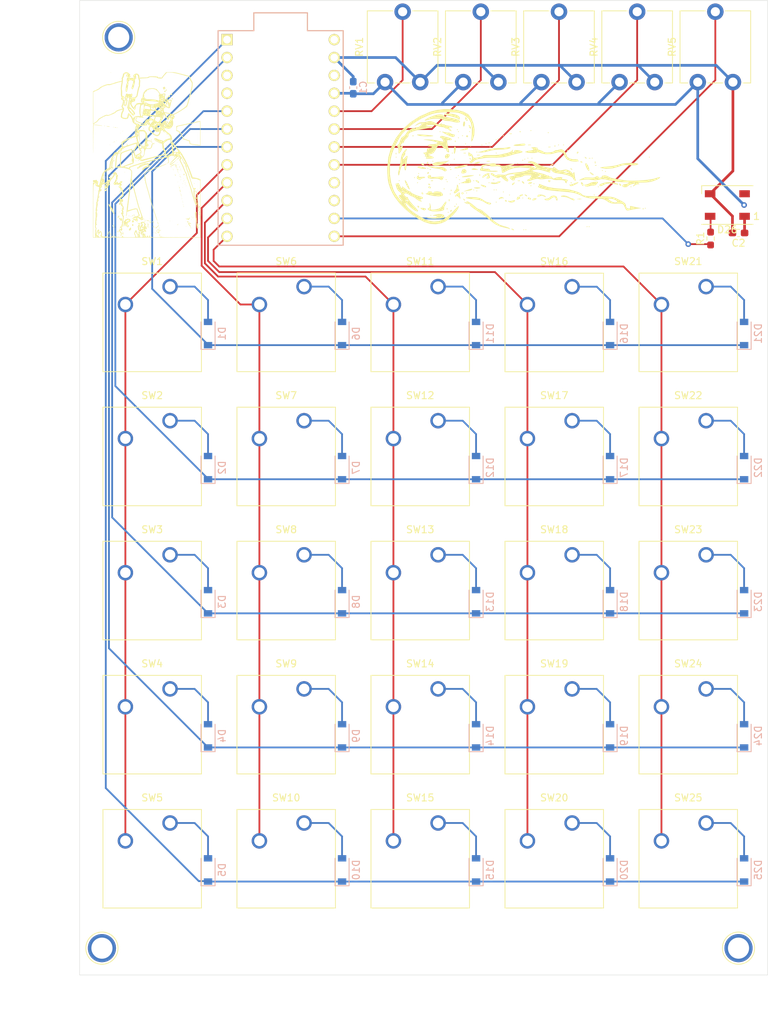
<source format=kicad_pcb>
(kicad_pcb (version 20171130) (host pcbnew "(5.1.8)-1")
  (layers (0 F.Cu signal) (31 B.Cu signal) (34 B.Paste user) (35 F.Paste user) (36 B.SilkS user) (37 F.SilkS user) (38 B.Mask user) (39 F.Mask user) (44 Edge.Cuts user))
  (net 0 "")
  (net 1 GND)
  (net 2 +5V)
  (net 3 "Net-(D1-Pad2)")
  (net 4 ROW0)
  (net 5 "Net-(D2-Pad2)")
  (net 6 ROW1)
  (net 7 "Net-(D3-Pad2)")
  (net 8 ROW2)
  (net 9 "Net-(D4-Pad2)")
  (net 10 ROW3)
  (net 11 "Net-(D5-Pad2)")
  (net 12 ROW4)
  (net 13 "Net-(D6-Pad2)")
  (net 14 "Net-(D7-Pad2)")
  (net 15 "Net-(D8-Pad2)")
  (net 16 "Net-(D9-Pad2)")
  (net 17 "Net-(D10-Pad2)")
  (net 18 "Net-(D11-Pad2)")
  (net 19 "Net-(D12-Pad2)")
  (net 20 "Net-(D13-Pad2)")
  (net 21 "Net-(D14-Pad2)")
  (net 22 "Net-(D15-Pad2)")
  (net 23 "Net-(D16-Pad2)")
  (net 24 "Net-(D17-Pad2)")
  (net 25 "Net-(D18-Pad2)")
  (net 26 "Net-(D19-Pad2)")
  (net 27 "Net-(D20-Pad2)")
  (net 28 "Net-(D21-Pad2)")
  (net 29 "Net-(D22-Pad2)")
  (net 30 "Net-(D23-Pad2)")
  (net 31 "Net-(D24-Pad2)")
  (net 32 "Net-(D25-Pad2)")
  (net 33 "Net-(D26-Pad2)")
  (net 34 "Net-(D26-Pad4)")
  (net 35 LED_DATA)
  (net 36 POT0)
  (net 37 POT1)
  (net 38 POT2)
  (net 39 POT3)
  (net 40 POT4)
  (net 41 COL0)
  (net 42 COL1)
  (net 43 COL2)
  (net 44 COL3)
  (net 45 COL4)
  (net 46 "Net-(U1-Pad24)")
  (net 47 "Net-(U1-Pad22)")
  (net 48 "Net-(U1-Pad16)")
  (net 49 "Net-(U1-Pad15)")
  (net 50 "Net-(U1-Pad4)")
  (net 51 "Net-(U1-Pad3)")
  (module ror:vagrant (layer F.Cu) (at 95.25 68.2625)
    (fp_text reference G*** hide)
    (fp_text value LOGO hide)
  )
  (module ror:ror2silktest (layer F.Cu) (at 41.275 65.0875)
    (fp_text reference G*** hide)
    (fp_text value LOGO hide)
  )
  (module TestPoint:TestPoint_Plated_Hole_D3.0mm (layer F.Cu) (at 37.30625 48.41875)
    (fp_text reference " " (at 0 -3.048 90) (layer F.SilkS))
    (fp_text value TestPoint_Plated_Hole_D3.0mm)
    (pad 1 thru_hole circle (at 0 0) (size 4 4) (drill 3) (layers *.Cu *.Mask))
  )
  (module TestPoint:TestPoint_Plated_Hole_D3.0mm (layer F.Cu) (at 125.4125 177.8)
    (fp_text reference " " (at 0 -3.048) (layer F.SilkS))
    (fp_text value TestPoint_Plated_Hole_D3.0mm)
    (pad 1 thru_hole circle (at 0 0) (size 4 4) (drill 3) (layers *.Cu *.Mask))
  )
  (module TestPoint:TestPoint_Plated_Hole_D3.0mm (layer F.Cu) (at 34.925 177.8)
    (fp_text reference " " (at 0 -3.048) (layer F.SilkS))
    (fp_text value TestPoint_Plated_Hole_D3.0mm)
    (pad 1 thru_hole circle (at 0 0) (size 4 4) (drill 3) (layers *.Cu *.Mask))
  )
  (module Diode_SMD:D_SOD-123 (layer B.Cu) (at 126.20625 166.6875 90)
    (fp_text reference D25 (at 0 2 90) (layer B.SilkS) (effects (justify mirror)))
    (fp_text value 1N4148)
    (pad 2 smd rect (at 1.65 0 90) (size 0.9 1.2) (layers B.Cu B.Paste B.Mask) (net 32 "Net-(D25-Pad2)"))
    (pad 1 smd rect (at -1.65 0 90) (size 0.9 1.2) (layers B.Cu B.Paste B.Mask) (net 12 ROW4))
  )
  (module Diode_SMD:D_SOD-123 (layer B.Cu) (at 126.20625 147.6375 90)
    (fp_text reference D24 (at 0 2 90) (layer B.SilkS) (effects (justify mirror)))
    (fp_text value 1N4148)
    (pad 2 smd rect (at 1.65 0 90) (size 0.9 1.2) (layers B.Cu B.Paste B.Mask) (net 31 "Net-(D24-Pad2)"))
    (pad 1 smd rect (at -1.65 0 90) (size 0.9 1.2) (layers B.Cu B.Paste B.Mask) (net 10 ROW3))
  )
  (module Diode_SMD:D_SOD-123 (layer B.Cu) (at 126.20625 128.5875 90)
    (fp_text reference D23 (at 0 2 90) (layer B.SilkS) (effects (justify mirror)))
    (fp_text value 1N4148)
    (pad 2 smd rect (at 1.65 0 90) (size 0.9 1.2) (layers B.Cu B.Paste B.Mask) (net 30 "Net-(D23-Pad2)"))
    (pad 1 smd rect (at -1.65 0 90) (size 0.9 1.2) (layers B.Cu B.Paste B.Mask) (net 8 ROW2))
  )
  (module Diode_SMD:D_SOD-123 (layer B.Cu) (at 126.20625 109.5375 90)
    (fp_text reference D22 (at 0 2 90) (layer B.SilkS) (effects (justify mirror)))
    (fp_text value 1N4148)
    (pad 2 smd rect (at 1.65 0 90) (size 0.9 1.2) (layers B.Cu B.Paste B.Mask) (net 29 "Net-(D22-Pad2)"))
    (pad 1 smd rect (at -1.65 0 90) (size 0.9 1.2) (layers B.Cu B.Paste B.Mask) (net 6 ROW1))
  )
  (module Diode_SMD:D_SOD-123 (layer B.Cu) (at 126.20625 90.4875 90)
    (fp_text reference D21 (at 0 2 90) (layer B.SilkS) (effects (justify mirror)))
    (fp_text value 1N4148)
    (pad 2 smd rect (at 1.65 0 90) (size 0.9 1.2) (layers B.Cu B.Paste B.Mask) (net 28 "Net-(D21-Pad2)"))
    (pad 1 smd rect (at -1.65 0 90) (size 0.9 1.2) (layers B.Cu B.Paste B.Mask) (net 4 ROW0))
  )
  (module Diode_SMD:D_SOD-123 (layer B.Cu) (at 107.15625 166.6875 90)
    (fp_text reference D20 (at 0 2 90) (layer B.SilkS) (effects (justify mirror)))
    (fp_text value 1N4148)
    (pad 2 smd rect (at 1.65 0 90) (size 0.9 1.2) (layers B.Cu B.Paste B.Mask) (net 27 "Net-(D20-Pad2)"))
    (pad 1 smd rect (at -1.65 0 90) (size 0.9 1.2) (layers B.Cu B.Paste B.Mask) (net 12 ROW4))
  )
  (module Diode_SMD:D_SOD-123 (layer B.Cu) (at 107.15625 147.6375 90)
    (fp_text reference D19 (at 0 2 90) (layer B.SilkS) (effects (justify mirror)))
    (fp_text value 1N4148)
    (pad 2 smd rect (at 1.65 0 90) (size 0.9 1.2) (layers B.Cu B.Paste B.Mask) (net 26 "Net-(D19-Pad2)"))
    (pad 1 smd rect (at -1.65 0 90) (size 0.9 1.2) (layers B.Cu B.Paste B.Mask) (net 10 ROW3))
  )
  (module Diode_SMD:D_SOD-123 (layer B.Cu) (at 107.15625 128.5875 90)
    (fp_text reference D18 (at 0 2 90) (layer B.SilkS) (effects (justify mirror)))
    (fp_text value 1N4148)
    (pad 2 smd rect (at 1.65 0 90) (size 0.9 1.2) (layers B.Cu B.Paste B.Mask) (net 25 "Net-(D18-Pad2)"))
    (pad 1 smd rect (at -1.65 0 90) (size 0.9 1.2) (layers B.Cu B.Paste B.Mask) (net 8 ROW2))
  )
  (module Diode_SMD:D_SOD-123 (layer B.Cu) (at 107.15625 109.5375 90)
    (fp_text reference D17 (at 0 2 90) (layer B.SilkS) (effects (justify mirror)))
    (fp_text value 1N4148)
    (pad 2 smd rect (at 1.65 0 90) (size 0.9 1.2) (layers B.Cu B.Paste B.Mask) (net 24 "Net-(D17-Pad2)"))
    (pad 1 smd rect (at -1.65 0 90) (size 0.9 1.2) (layers B.Cu B.Paste B.Mask) (net 6 ROW1))
  )
  (module Diode_SMD:D_SOD-123 (layer B.Cu) (at 107.15625 90.4875 90)
    (fp_text reference D16 (at 0 2 90) (layer B.SilkS) (effects (justify mirror)))
    (fp_text value 1N4148)
    (pad 2 smd rect (at 1.65 0 90) (size 0.9 1.2) (layers B.Cu B.Paste B.Mask) (net 23 "Net-(D16-Pad2)"))
    (pad 1 smd rect (at -1.65 0 90) (size 0.9 1.2) (layers B.Cu B.Paste B.Mask) (net 4 ROW0))
  )
  (module Diode_SMD:D_SOD-123 (layer B.Cu) (at 88.10625 166.6875 90)
    (fp_text reference D15 (at 0 2 90) (layer B.SilkS) (effects (justify mirror)))
    (fp_text value 1N4148)
    (pad 2 smd rect (at 1.65 0 90) (size 0.9 1.2) (layers B.Cu B.Paste B.Mask) (net 22 "Net-(D15-Pad2)"))
    (pad 1 smd rect (at -1.65 0 90) (size 0.9 1.2) (layers B.Cu B.Paste B.Mask) (net 12 ROW4))
  )
  (module Diode_SMD:D_SOD-123 (layer B.Cu) (at 88.10625 147.6375 90)
    (fp_text reference D14 (at 0 2 90) (layer B.SilkS) (effects (justify mirror)))
    (fp_text value 1N4148)
    (pad 2 smd rect (at 1.65 0 90) (size 0.9 1.2) (layers B.Cu B.Paste B.Mask) (net 21 "Net-(D14-Pad2)"))
    (pad 1 smd rect (at -1.65 0 90) (size 0.9 1.2) (layers B.Cu B.Paste B.Mask) (net 10 ROW3))
  )
  (module Diode_SMD:D_SOD-123 (layer B.Cu) (at 88.10625 128.5875 90)
    (fp_text reference D13 (at 0 2 90) (layer B.SilkS) (effects (justify mirror)))
    (fp_text value 1N4148)
    (pad 2 smd rect (at 1.65 0 90) (size 0.9 1.2) (layers B.Cu B.Paste B.Mask) (net 20 "Net-(D13-Pad2)"))
    (pad 1 smd rect (at -1.65 0 90) (size 0.9 1.2) (layers B.Cu B.Paste B.Mask) (net 8 ROW2))
  )
  (module Diode_SMD:D_SOD-123 (layer B.Cu) (at 88.10625 109.5375 90)
    (fp_text reference D12 (at 0 2 90) (layer B.SilkS) (effects (justify mirror)))
    (fp_text value 1N4148)
    (pad 2 smd rect (at 1.65 0 90) (size 0.9 1.2) (layers B.Cu B.Paste B.Mask) (net 19 "Net-(D12-Pad2)"))
    (pad 1 smd rect (at -1.65 0 90) (size 0.9 1.2) (layers B.Cu B.Paste B.Mask) (net 6 ROW1))
  )
  (module Diode_SMD:D_SOD-123 (layer B.Cu) (at 88.10625 90.4875 90)
    (fp_text reference D11 (at 0 2 90) (layer B.SilkS) (effects (justify mirror)))
    (fp_text value 1N4148)
    (pad 2 smd rect (at 1.65 0 90) (size 0.9 1.2) (layers B.Cu B.Paste B.Mask) (net 18 "Net-(D11-Pad2)"))
    (pad 1 smd rect (at -1.65 0 90) (size 0.9 1.2) (layers B.Cu B.Paste B.Mask) (net 4 ROW0))
  )
  (module Diode_SMD:D_SOD-123 (layer B.Cu) (at 69.05625 166.6875 90)
    (fp_text reference D10 (at 0 2 90) (layer B.SilkS) (effects (justify mirror)))
    (fp_text value 1N4148)
    (pad 2 smd rect (at 1.65 0 90) (size 0.9 1.2) (layers B.Cu B.Paste B.Mask) (net 17 "Net-(D10-Pad2)"))
    (pad 1 smd rect (at -1.65 0 90) (size 0.9 1.2) (layers B.Cu B.Paste B.Mask) (net 12 ROW4))
  )
  (module Diode_SMD:D_SOD-123 (layer B.Cu) (at 69.05625 147.6375 90)
    (fp_text reference D9 (at 0 2 90) (layer B.SilkS) (effects (justify mirror)))
    (fp_text value 1N4148)
    (pad 2 smd rect (at 1.65 0 90) (size 0.9 1.2) (layers B.Cu B.Paste B.Mask) (net 16 "Net-(D9-Pad2)"))
    (pad 1 smd rect (at -1.65 0 90) (size 0.9 1.2) (layers B.Cu B.Paste B.Mask) (net 10 ROW3))
  )
  (module Diode_SMD:D_SOD-123 (layer B.Cu) (at 69.05625 128.5875 90)
    (fp_text reference D8 (at 0 2 90) (layer B.SilkS) (effects (justify mirror)))
    (fp_text value 1N4148)
    (pad 2 smd rect (at 1.65 0 90) (size 0.9 1.2) (layers B.Cu B.Paste B.Mask) (net 15 "Net-(D8-Pad2)"))
    (pad 1 smd rect (at -1.65 0 90) (size 0.9 1.2) (layers B.Cu B.Paste B.Mask) (net 8 ROW2))
  )
  (module Diode_SMD:D_SOD-123 (layer B.Cu) (at 69.05625 109.5375 90)
    (fp_text reference D7 (at 0 2 90) (layer B.SilkS) (effects (justify mirror)))
    (fp_text value 1N4148)
    (pad 2 smd rect (at 1.65 0 90) (size 0.9 1.2) (layers B.Cu B.Paste B.Mask) (net 14 "Net-(D7-Pad2)"))
    (pad 1 smd rect (at -1.65 0 90) (size 0.9 1.2) (layers B.Cu B.Paste B.Mask) (net 6 ROW1))
  )
  (module Diode_SMD:D_SOD-123 (layer B.Cu) (at 69.05625 90.4875 90)
    (fp_text reference D6 (at 0 2 270) (layer B.SilkS) (effects (justify mirror)))
    (fp_text value 1N4148)
    (pad 2 smd rect (at 1.65 0 90) (size 0.9 1.2) (layers B.Cu B.Paste B.Mask) (net 13 "Net-(D6-Pad2)"))
    (pad 1 smd rect (at -1.65 0 90) (size 0.9 1.2) (layers B.Cu B.Paste B.Mask) (net 4 ROW0))
  )
  (module Diode_SMD:D_SOD-123 (layer B.Cu) (at 50.00625 166.6875 90)
    (fp_text reference D5 (at 0 2 270) (layer B.SilkS) (effects (justify mirror)))
    (fp_text value 1N4148)
    (pad 2 smd rect (at 1.65 0 90) (size 0.9 1.2) (layers B.Cu B.Paste B.Mask) (net 11 "Net-(D5-Pad2)"))
    (pad 1 smd rect (at -1.65 0 90) (size 0.9 1.2) (layers B.Cu B.Paste B.Mask) (net 12 ROW4))
  )
  (module Diode_SMD:D_SOD-123 (layer B.Cu) (at 50.00625 147.6375 90)
    (fp_text reference D4 (at 0 2 270) (layer B.SilkS) (effects (justify mirror)))
    (fp_text value 1N4148)
    (pad 2 smd rect (at 1.65 0 90) (size 0.9 1.2) (layers B.Cu B.Paste B.Mask) (net 9 "Net-(D4-Pad2)"))
    (pad 1 smd rect (at -1.65 0 90) (size 0.9 1.2) (layers B.Cu B.Paste B.Mask) (net 10 ROW3))
  )
  (module Diode_SMD:D_SOD-123 (layer B.Cu) (at 50.00625 128.5875 90)
    (fp_text reference D3 (at 0 2 270) (layer B.SilkS) (effects (justify mirror)))
    (fp_text value 1N4148)
    (pad 2 smd rect (at 1.65 0 90) (size 0.9 1.2) (layers B.Cu B.Paste B.Mask) (net 7 "Net-(D3-Pad2)"))
    (pad 1 smd rect (at -1.65 0 90) (size 0.9 1.2) (layers B.Cu B.Paste B.Mask) (net 8 ROW2))
  )
  (module Diode_SMD:D_SOD-123 (layer B.Cu) (at 50.00625 109.5375 90)
    (fp_text reference D2 (at 0 2 270) (layer B.SilkS) (effects (justify mirror)))
    (fp_text value 1N4148)
    (pad 2 smd rect (at 1.65 0 90) (size 0.9 1.2) (layers B.Cu B.Paste B.Mask) (net 5 "Net-(D2-Pad2)"))
    (pad 1 smd rect (at -1.65 0 90) (size 0.9 1.2) (layers B.Cu B.Paste B.Mask) (net 6 ROW1))
  )
  (module Diode_SMD:D_SOD-123 (layer B.Cu) (at 50.00625 90.4875 90)
    (fp_text reference D1 (at 0 2 270) (layer B.SilkS) (effects (justify mirror)))
    (fp_text value 1N4148)
    (pad 2 smd rect (at 1.65 0 90) (size 0.9 1.2) (layers B.Cu B.Paste B.Mask) (net 3 "Net-(D1-Pad2)"))
    (pad 1 smd rect (at -1.65 0 90) (size 0.9 1.2) (layers B.Cu B.Paste B.Mask) (net 4 ROW0))
  )
  (module promicro:ProMicro (layer F.Cu) (at 60.325 62.70625 270)
    (fp_text reference U1 hide)
    (fp_text value ProMicro)
    (pad 1 thru_hole rect (at -13.97 7.62 270) (size 1.6 1.6) (drill 1.1) (layers *.Cu *.Mask F.SilkS) (net 12 ROW4))
    (pad 2 thru_hole circle (at -11.43 7.62 270) (size 1.6 1.6) (drill 1.1) (layers *.Cu *.Mask F.SilkS) (net 10 ROW3))
    (pad 3 thru_hole circle (at -8.89 7.62 270) (size 1.6 1.6) (drill 1.1) (layers *.Cu *.Mask F.SilkS) (net 51 "Net-(U1-Pad3)"))
    (pad 4 thru_hole circle (at -6.35 7.62 270) (size 1.6 1.6) (drill 1.1) (layers *.Cu *.Mask F.SilkS) (net 50 "Net-(U1-Pad4)"))
    (pad 5 thru_hole circle (at -3.81 7.62 270) (size 1.6 1.6) (drill 1.1) (layers *.Cu *.Mask F.SilkS) (net 8 ROW2))
    (pad 6 thru_hole circle (at -1.27 7.62 270) (size 1.6 1.6) (drill 1.1) (layers *.Cu *.Mask F.SilkS) (net 6 ROW1))
    (pad 7 thru_hole circle (at 1.27 7.62 270) (size 1.6 1.6) (drill 1.1) (layers *.Cu *.Mask F.SilkS) (net 4 ROW0))
    (pad 8 thru_hole circle (at 3.81 7.62 270) (size 1.6 1.6) (drill 1.1) (layers *.Cu *.Mask F.SilkS) (net 41 COL0))
    (pad 9 thru_hole circle (at 6.35 7.62 270) (size 1.6 1.6) (drill 1.1) (layers *.Cu *.Mask F.SilkS) (net 42 COL1))
    (pad 10 thru_hole circle (at 8.89 7.62 270) (size 1.6 1.6) (drill 1.1) (layers *.Cu *.Mask F.SilkS) (net 43 COL2))
    (pad 11 thru_hole circle (at 11.43 7.62 270) (size 1.6 1.6) (drill 1.1) (layers *.Cu *.Mask F.SilkS) (net 44 COL3))
    (pad 12 thru_hole circle (at 13.97 7.62 270) (size 1.6 1.6) (drill 1.1) (layers *.Cu *.Mask F.SilkS) (net 45 COL4))
    (pad 13 thru_hole circle (at 13.97 -7.62 270) (size 1.6 1.6) (drill 1.1) (layers *.Cu *.Mask F.SilkS) (net 40 POT4))
    (pad 14 thru_hole circle (at 11.43 -7.62 270) (size 1.6 1.6) (drill 1.1) (layers *.Cu *.Mask F.SilkS) (net 35 LED_DATA))
    (pad 15 thru_hole circle (at 8.89 -7.62 270) (size 1.6 1.6) (drill 1.1) (layers *.Cu *.Mask F.SilkS) (net 49 "Net-(U1-Pad15)"))
    (pad 16 thru_hole circle (at 6.35 -7.62 270) (size 1.6 1.6) (drill 1.1) (layers *.Cu *.Mask F.SilkS) (net 48 "Net-(U1-Pad16)"))
    (pad 17 thru_hole circle (at 3.81 -7.62 270) (size 1.6 1.6) (drill 1.1) (layers *.Cu *.Mask F.SilkS) (net 39 POT3))
    (pad 18 thru_hole circle (at 1.27 -7.62 270) (size 1.6 1.6) (drill 1.1) (layers *.Cu *.Mask F.SilkS) (net 38 POT2))
    (pad 19 thru_hole circle (at -1.27 -7.62 270) (size 1.6 1.6) (drill 1.1) (layers *.Cu *.Mask F.SilkS) (net 37 POT1))
    (pad 20 thru_hole circle (at -3.81 -7.62 270) (size 1.6 1.6) (drill 1.1) (layers *.Cu *.Mask F.SilkS) (net 36 POT0))
    (pad 21 thru_hole circle (at -6.35 -7.62 270) (size 1.6 1.6) (drill 1.1) (layers *.Cu *.Mask F.SilkS) (net 2 +5V))
    (pad 22 thru_hole circle (at -8.89 -7.62 270) (size 1.6 1.6) (drill 1.1) (layers *.Cu *.Mask F.SilkS) (net 47 "Net-(U1-Pad22)"))
    (pad 23 thru_hole circle (at -11.43 -7.62 270) (size 1.6 1.6) (drill 1.1) (layers *.Cu *.Mask F.SilkS) (net 1 GND))
    (pad 24 thru_hole circle (at -13.97 -7.62 270) (size 1.6 1.6) (drill 1.1) (layers *.Cu *.Mask F.SilkS) (net 46 "Net-(U1-Pad24)"))
  )
  (module CherryMX:CherryMX_1.00u (layer F.Cu) (at 118.26875 165.1)
    (fp_text reference SW25 (at 0 -8.6625) (layer F.SilkS))
    (fp_text value CherryMX)
    (pad 2 thru_hole circle (at 2.54 -5.08) (size 2.2 2.2) (drill 1.5) (layers *.Cu *.Mask) (net 32 "Net-(D25-Pad2)"))
    (pad 1 thru_hole circle (at -3.81 -2.54) (size 2.2 2.2) (drill 1.5) (layers *.Cu *.Mask) (net 45 COL4))
    (pad "" np_thru_hole circle (at 0 0) (size 4 4) (drill 4) (layers *.Cu *.Mask))
  )
  (module CherryMX:CherryMX_1.00u (layer F.Cu) (at 118.26875 146.05)
    (fp_text reference SW24 (at 0 -8.6625) (layer F.SilkS))
    (fp_text value CherryMX)
    (pad 2 thru_hole circle (at 2.54 -5.08) (size 2.2 2.2) (drill 1.5) (layers *.Cu *.Mask) (net 31 "Net-(D24-Pad2)"))
    (pad 1 thru_hole circle (at -3.81 -2.54) (size 2.2 2.2) (drill 1.5) (layers *.Cu *.Mask) (net 45 COL4))
    (pad "" np_thru_hole circle (at 0 0) (size 4 4) (drill 4) (layers *.Cu *.Mask))
  )
  (module CherryMX:CherryMX_1.00u (layer F.Cu) (at 118.26875 127)
    (fp_text reference SW23 (at 0 -8.6625) (layer F.SilkS))
    (fp_text value CherryMX)
    (pad 2 thru_hole circle (at 2.54 -5.08) (size 2.2 2.2) (drill 1.5) (layers *.Cu *.Mask) (net 30 "Net-(D23-Pad2)"))
    (pad 1 thru_hole circle (at -3.81 -2.54) (size 2.2 2.2) (drill 1.5) (layers *.Cu *.Mask) (net 45 COL4))
    (pad "" np_thru_hole circle (at 0 0) (size 4 4) (drill 4) (layers *.Cu *.Mask))
  )
  (module CherryMX:CherryMX_1.00u (layer F.Cu) (at 118.26875 107.95)
    (fp_text reference SW22 (at 0 -8.6625) (layer F.SilkS))
    (fp_text value CherryMX)
    (pad 2 thru_hole circle (at 2.54 -5.08) (size 2.2 2.2) (drill 1.5) (layers *.Cu *.Mask) (net 29 "Net-(D22-Pad2)"))
    (pad 1 thru_hole circle (at -3.81 -2.54) (size 2.2 2.2) (drill 1.5) (layers *.Cu *.Mask) (net 45 COL4))
    (pad "" np_thru_hole circle (at 0 0) (size 4 4) (drill 4) (layers *.Cu *.Mask))
  )
  (module CherryMX:CherryMX_1.00u (layer F.Cu) (at 118.26875 88.9)
    (fp_text reference SW21 (at 0 -8.6625) (layer F.SilkS))
    (fp_text value CherryMX)
    (pad 2 thru_hole circle (at 2.54 -5.08) (size 2.2 2.2) (drill 1.5) (layers *.Cu *.Mask) (net 28 "Net-(D21-Pad2)"))
    (pad 1 thru_hole circle (at -3.81 -2.54) (size 2.2 2.2) (drill 1.5) (layers *.Cu *.Mask) (net 45 COL4))
    (pad "" np_thru_hole circle (at 0 0) (size 4 4) (drill 4) (layers *.Cu *.Mask))
  )
  (module CherryMX:CherryMX_1.00u (layer F.Cu) (at 99.21875 165.1)
    (fp_text reference SW20 (at 0 -8.6625) (layer F.SilkS))
    (fp_text value CherryMX)
    (pad 2 thru_hole circle (at 2.54 -5.08) (size 2.2 2.2) (drill 1.5) (layers *.Cu *.Mask) (net 27 "Net-(D20-Pad2)"))
    (pad 1 thru_hole circle (at -3.81 -2.54) (size 2.2 2.2) (drill 1.5) (layers *.Cu *.Mask) (net 44 COL3))
    (pad "" np_thru_hole circle (at 0 0) (size 4 4) (drill 4) (layers *.Cu *.Mask))
  )
  (module CherryMX:CherryMX_1.00u (layer F.Cu) (at 99.21875 146.05)
    (fp_text reference SW19 (at 0 -8.6625) (layer F.SilkS))
    (fp_text value CherryMX)
    (pad 2 thru_hole circle (at 2.54 -5.08) (size 2.2 2.2) (drill 1.5) (layers *.Cu *.Mask) (net 26 "Net-(D19-Pad2)"))
    (pad 1 thru_hole circle (at -3.81 -2.54) (size 2.2 2.2) (drill 1.5) (layers *.Cu *.Mask) (net 44 COL3))
    (pad "" np_thru_hole circle (at 0 0) (size 4 4) (drill 4) (layers *.Cu *.Mask))
  )
  (module CherryMX:CherryMX_1.00u (layer F.Cu) (at 99.21875 127)
    (fp_text reference SW18 (at 0 -8.6625) (layer F.SilkS))
    (fp_text value CherryMX)
    (pad 2 thru_hole circle (at 2.54 -5.08) (size 2.2 2.2) (drill 1.5) (layers *.Cu *.Mask) (net 25 "Net-(D18-Pad2)"))
    (pad 1 thru_hole circle (at -3.81 -2.54) (size 2.2 2.2) (drill 1.5) (layers *.Cu *.Mask) (net 44 COL3))
    (pad "" np_thru_hole circle (at 0 0) (size 4 4) (drill 4) (layers *.Cu *.Mask))
  )
  (module CherryMX:CherryMX_1.00u (layer F.Cu) (at 99.21875 107.95)
    (fp_text reference SW17 (at 0 -8.6625) (layer F.SilkS))
    (fp_text value CherryMX)
    (pad 2 thru_hole circle (at 2.54 -5.08) (size 2.2 2.2) (drill 1.5) (layers *.Cu *.Mask) (net 24 "Net-(D17-Pad2)"))
    (pad 1 thru_hole circle (at -3.81 -2.54) (size 2.2 2.2) (drill 1.5) (layers *.Cu *.Mask) (net 44 COL3))
    (pad "" np_thru_hole circle (at 0 0) (size 4 4) (drill 4) (layers *.Cu *.Mask))
  )
  (module CherryMX:CherryMX_1.00u (layer F.Cu) (at 99.21875 88.91375)
    (fp_text reference SW16 (at 0 -8.6625) (layer F.SilkS))
    (fp_text value CherryMX)
    (pad 2 thru_hole circle (at 2.54 -5.08) (size 2.2 2.2) (drill 1.5) (layers *.Cu *.Mask) (net 23 "Net-(D16-Pad2)"))
    (pad 1 thru_hole circle (at -3.81 -2.54) (size 2.2 2.2) (drill 1.5) (layers *.Cu *.Mask) (net 44 COL3))
    (pad "" np_thru_hole circle (at 0 0) (size 4 4) (drill 4) (layers *.Cu *.Mask))
  )
  (module CherryMX:CherryMX_1.00u (layer F.Cu) (at 80.16875 165.1)
    (fp_text reference SW15 (at 0 -8.6625) (layer F.SilkS))
    (fp_text value CherryMX)
    (pad 2 thru_hole circle (at 2.54 -5.08) (size 2.2 2.2) (drill 1.5) (layers *.Cu *.Mask) (net 22 "Net-(D15-Pad2)"))
    (pad 1 thru_hole circle (at -3.81 -2.54) (size 2.2 2.2) (drill 1.5) (layers *.Cu *.Mask) (net 43 COL2))
    (pad "" np_thru_hole circle (at 0 0) (size 4 4) (drill 4) (layers *.Cu *.Mask))
  )
  (module CherryMX:CherryMX_1.00u (layer F.Cu) (at 80.16875 146.05)
    (fp_text reference SW14 (at 0 -8.6625) (layer F.SilkS))
    (fp_text value CherryMX)
    (pad 2 thru_hole circle (at 2.54 -5.08) (size 2.2 2.2) (drill 1.5) (layers *.Cu *.Mask) (net 21 "Net-(D14-Pad2)"))
    (pad 1 thru_hole circle (at -3.81 -2.54) (size 2.2 2.2) (drill 1.5) (layers *.Cu *.Mask) (net 43 COL2))
    (pad "" np_thru_hole circle (at 0 0) (size 4 4) (drill 4) (layers *.Cu *.Mask))
  )
  (module CherryMX:CherryMX_1.00u (layer F.Cu) (at 80.16875 127)
    (fp_text reference SW13 (at 0 -8.6625) (layer F.SilkS))
    (fp_text value CherryMX)
    (pad 2 thru_hole circle (at 2.54 -5.08) (size 2.2 2.2) (drill 1.5) (layers *.Cu *.Mask) (net 20 "Net-(D13-Pad2)"))
    (pad 1 thru_hole circle (at -3.81 -2.54) (size 2.2 2.2) (drill 1.5) (layers *.Cu *.Mask) (net 43 COL2))
    (pad "" np_thru_hole circle (at 0 0) (size 4 4) (drill 4) (layers *.Cu *.Mask))
  )
  (module CherryMX:CherryMX_1.00u (layer F.Cu) (at 80.16875 107.95)
    (fp_text reference SW12 (at 0 -8.6625) (layer F.SilkS))
    (fp_text value CherryMX)
    (pad 2 thru_hole circle (at 2.54 -5.08) (size 2.2 2.2) (drill 1.5) (layers *.Cu *.Mask) (net 19 "Net-(D12-Pad2)"))
    (pad 1 thru_hole circle (at -3.81 -2.54) (size 2.2 2.2) (drill 1.5) (layers *.Cu *.Mask) (net 43 COL2))
    (pad "" np_thru_hole circle (at 0 0) (size 4 4) (drill 4) (layers *.Cu *.Mask))
  )
  (module CherryMX:CherryMX_1.00u (layer F.Cu) (at 80.16875 88.9)
    (fp_text reference SW11 (at 0 -8.6625) (layer F.SilkS))
    (fp_text value CherryMX)
    (pad 2 thru_hole circle (at 2.54 -5.08) (size 2.2 2.2) (drill 1.5) (layers *.Cu *.Mask) (net 18 "Net-(D11-Pad2)"))
    (pad 1 thru_hole circle (at -3.81 -2.54) (size 2.2 2.2) (drill 1.5) (layers *.Cu *.Mask) (net 43 COL2))
    (pad "" np_thru_hole circle (at 0 0) (size 4 4) (drill 4) (layers *.Cu *.Mask))
  )
  (module CherryMX:CherryMX_1.00u (layer F.Cu) (at 61.11875 165.1)
    (fp_text reference SW10 (at 0 -8.6625) (layer F.SilkS))
    (fp_text value CherryMX)
    (pad 2 thru_hole circle (at 2.54 -5.08) (size 2.2 2.2) (drill 1.5) (layers *.Cu *.Mask) (net 17 "Net-(D10-Pad2)"))
    (pad 1 thru_hole circle (at -3.81 -2.54) (size 2.2 2.2) (drill 1.5) (layers *.Cu *.Mask) (net 42 COL1))
    (pad "" np_thru_hole circle (at 0 0) (size 4 4) (drill 4) (layers *.Cu *.Mask))
  )
  (module CherryMX:CherryMX_1.00u (layer F.Cu) (at 61.11875 146.05)
    (fp_text reference SW9 (at 0 -8.6625) (layer F.SilkS))
    (fp_text value CherryMX)
    (pad 2 thru_hole circle (at 2.54 -5.08) (size 2.2 2.2) (drill 1.5) (layers *.Cu *.Mask) (net 16 "Net-(D9-Pad2)"))
    (pad 1 thru_hole circle (at -3.81 -2.54) (size 2.2 2.2) (drill 1.5) (layers *.Cu *.Mask) (net 42 COL1))
    (pad "" np_thru_hole circle (at 0 0) (size 4 4) (drill 4) (layers *.Cu *.Mask))
  )
  (module CherryMX:CherryMX_1.00u (layer F.Cu) (at 61.11875 127)
    (fp_text reference SW8 (at 0 -8.6625) (layer F.SilkS))
    (fp_text value CherryMX)
    (pad 2 thru_hole circle (at 2.54 -5.08) (size 2.2 2.2) (drill 1.5) (layers *.Cu *.Mask) (net 15 "Net-(D8-Pad2)"))
    (pad 1 thru_hole circle (at -3.81 -2.54) (size 2.2 2.2) (drill 1.5) (layers *.Cu *.Mask) (net 42 COL1))
    (pad "" np_thru_hole circle (at 0 0) (size 4 4) (drill 4) (layers *.Cu *.Mask))
  )
  (module CherryMX:CherryMX_1.00u (layer F.Cu) (at 61.11875 107.95)
    (fp_text reference SW7 (at 0 -8.6625) (layer F.SilkS))
    (fp_text value CherryMX)
    (pad 2 thru_hole circle (at 2.54 -5.08) (size 2.2 2.2) (drill 1.5) (layers *.Cu *.Mask) (net 14 "Net-(D7-Pad2)"))
    (pad 1 thru_hole circle (at -3.81 -2.54) (size 2.2 2.2) (drill 1.5) (layers *.Cu *.Mask) (net 42 COL1))
    (pad "" np_thru_hole circle (at 0 0) (size 4 4) (drill 4) (layers *.Cu *.Mask))
  )
  (module CherryMX:CherryMX_1.00u (layer F.Cu) (at 61.11875 88.9)
    (fp_text reference SW6 (at 0 -8.6625) (layer F.SilkS))
    (fp_text value CherryMX)
    (pad 2 thru_hole circle (at 2.54 -5.08) (size 2.2 2.2) (drill 1.5) (layers *.Cu *.Mask) (net 13 "Net-(D6-Pad2)"))
    (pad 1 thru_hole circle (at -3.81 -2.54) (size 2.2 2.2) (drill 1.5) (layers *.Cu *.Mask) (net 42 COL1))
    (pad "" np_thru_hole circle (at 0 0) (size 4 4) (drill 4) (layers *.Cu *.Mask))
  )
  (module CherryMX:CherryMX_1.00u (layer F.Cu) (at 42.06875 165.1)
    (fp_text reference SW5 (at 0 -8.6625) (layer F.SilkS))
    (fp_text value CherryMX)
    (pad 2 thru_hole circle (at 2.54 -5.08) (size 2.2 2.2) (drill 1.5) (layers *.Cu *.Mask) (net 11 "Net-(D5-Pad2)"))
    (pad 1 thru_hole circle (at -3.81 -2.54) (size 2.2 2.2) (drill 1.5) (layers *.Cu *.Mask) (net 41 COL0))
    (pad "" np_thru_hole circle (at 0 0) (size 4 4) (drill 4) (layers *.Cu *.Mask))
  )
  (module CherryMX:CherryMX_1.00u (layer F.Cu) (at 42.06875 146.05)
    (fp_text reference SW4 (at 0 -8.6625) (layer F.SilkS))
    (fp_text value CherryMX)
    (pad 2 thru_hole circle (at 2.54 -5.08) (size 2.2 2.2) (drill 1.5) (layers *.Cu *.Mask) (net 9 "Net-(D4-Pad2)"))
    (pad 1 thru_hole circle (at -3.81 -2.54) (size 2.2 2.2) (drill 1.5) (layers *.Cu *.Mask) (net 41 COL0))
    (pad "" np_thru_hole circle (at 0 0) (size 4 4) (drill 4) (layers *.Cu *.Mask))
  )
  (module CherryMX:CherryMX_1.00u (layer F.Cu) (at 42.06875 127)
    (fp_text reference SW3 (at 0 -8.6625) (layer F.SilkS))
    (fp_text value CherryMX)
    (pad 2 thru_hole circle (at 2.54 -5.08) (size 2.2 2.2) (drill 1.5) (layers *.Cu *.Mask) (net 7 "Net-(D3-Pad2)"))
    (pad 1 thru_hole circle (at -3.81 -2.54) (size 2.2 2.2) (drill 1.5) (layers *.Cu *.Mask) (net 41 COL0))
    (pad "" np_thru_hole circle (at 0 0) (size 4 4) (drill 4) (layers *.Cu *.Mask))
  )
  (module CherryMX:CherryMX_1.00u (layer F.Cu) (at 42.06875 107.95)
    (fp_text reference SW2 (at 0 -8.6625) (layer F.SilkS))
    (fp_text value CherryMX)
    (pad 2 thru_hole circle (at 2.54 -5.08) (size 2.2 2.2) (drill 1.5) (layers *.Cu *.Mask) (net 5 "Net-(D2-Pad2)"))
    (pad 1 thru_hole circle (at -3.81 -2.54) (size 2.2 2.2) (drill 1.5) (layers *.Cu *.Mask) (net 41 COL0))
    (pad "" np_thru_hole circle (at 0 0) (size 4 4) (drill 4) (layers *.Cu *.Mask))
  )
  (module CherryMX:CherryMX_1.00u (layer F.Cu) (at 42.06875 88.9)
    (fp_text reference SW1 (at 0 -8.6625) (layer F.SilkS))
    (fp_text value CherryMX)
    (pad 2 thru_hole circle (at 2.54 -5.08) (size 2.2 2.2) (drill 1.5) (layers *.Cu *.Mask) (net 3 "Net-(D1-Pad2)"))
    (pad 1 thru_hole circle (at -3.81 -2.54) (size 2.2 2.2) (drill 1.5) (layers *.Cu *.Mask) (net 41 COL0))
    (pad "" np_thru_hole circle (at 0 0) (size 4 4) (drill 4) (layers *.Cu *.Mask))
  )
  (module Potentiometer_THT:Potentiometer_ACP_CA9-V10_Vertical (layer F.Cu) (at 124.61875 54.76875 90)
    (fp_text reference RV5 (at 5 -8.65 90) (layer F.SilkS))
    (fp_text value R_POT)
    (pad 1 thru_hole circle (at 0 0 90) (size 2.34 2.34) (drill 1.3) (layers *.Cu *.Mask) (net 1 GND))
    (pad 2 thru_hole circle (at 10 -2.5 90) (size 2.34 2.34) (drill 1.3) (layers *.Cu *.Mask) (net 40 POT4))
    (pad 3 thru_hole circle (at 0 -5 90) (size 2.34 2.34) (drill 1.3) (layers *.Cu *.Mask) (net 2 +5V))
  )
  (module Potentiometer_THT:Potentiometer_ACP_CA9-V10_Vertical (layer F.Cu) (at 113.50625 54.76875 90)
    (fp_text reference RV4 (at 5 -8.65 90) (layer F.SilkS))
    (fp_text value R_POT)
    (pad 1 thru_hole circle (at 0 0 90) (size 2.34 2.34) (drill 1.3) (layers *.Cu *.Mask) (net 1 GND))
    (pad 2 thru_hole circle (at 10 -2.5 90) (size 2.34 2.34) (drill 1.3) (layers *.Cu *.Mask) (net 39 POT3))
    (pad 3 thru_hole circle (at 0 -5 90) (size 2.34 2.34) (drill 1.3) (layers *.Cu *.Mask) (net 2 +5V))
  )
  (module Potentiometer_THT:Potentiometer_ACP_CA9-V10_Vertical (layer F.Cu) (at 102.39375 54.76875 90)
    (fp_text reference RV3 (at 5 -8.65 90) (layer F.SilkS))
    (fp_text value R_POT)
    (pad 1 thru_hole circle (at 0 0 90) (size 2.34 2.34) (drill 1.3) (layers *.Cu *.Mask) (net 1 GND))
    (pad 2 thru_hole circle (at 10 -2.5 90) (size 2.34 2.34) (drill 1.3) (layers *.Cu *.Mask) (net 38 POT2))
    (pad 3 thru_hole circle (at 0 -5 90) (size 2.34 2.34) (drill 1.3) (layers *.Cu *.Mask) (net 2 +5V))
  )
  (module Potentiometer_THT:Potentiometer_ACP_CA9-V10_Vertical (layer F.Cu) (at 91.28125 54.76875 90)
    (fp_text reference RV2 (at 5 -8.65 90) (layer F.SilkS))
    (fp_text value R_POT)
    (pad 1 thru_hole circle (at 0 0 90) (size 2.34 2.34) (drill 1.3) (layers *.Cu *.Mask) (net 1 GND))
    (pad 2 thru_hole circle (at 10 -2.5 90) (size 2.34 2.34) (drill 1.3) (layers *.Cu *.Mask) (net 37 POT1))
    (pad 3 thru_hole circle (at 0 -5 90) (size 2.34 2.34) (drill 1.3) (layers *.Cu *.Mask) (net 2 +5V))
  )
  (module Potentiometer_THT:Potentiometer_ACP_CA9-V10_Vertical (layer F.Cu) (at 80.16875 54.76875 90)
    (fp_text reference RV1 (at 5 -8.65 90) (layer F.SilkS))
    (fp_text value R_POT)
    (pad 1 thru_hole circle (at 0 0 90) (size 2.34 2.34) (drill 1.3) (layers *.Cu *.Mask) (net 1 GND))
    (pad 2 thru_hole circle (at 10 -2.5 90) (size 2.34 2.34) (drill 1.3) (layers *.Cu *.Mask) (net 36 POT0))
    (pad 3 thru_hole circle (at 0 -5 90) (size 2.34 2.34) (drill 1.3) (layers *.Cu *.Mask) (net 2 +5V))
  )
  (module Resistor_SMD:R_0603_1608Metric_Pad0.98x0.95mm_HandSolder (layer F.Cu) (at 121.44375 76.99375 90)
    (fp_text reference R1 (at 0 -1.43 90) (layer F.SilkS))
    (fp_text value 360)
    (pad 2 smd roundrect (at 0.9125 0 90) (size 0.975 0.95) (layers F.Cu F.Paste F.Mask) (net 34 "Net-(D26-Pad4)"))
    (pad 1 smd roundrect (at -0.9125 0 90) (size 0.975 0.95) (layers F.Cu F.Paste F.Mask) (net 35 LED_DATA))
  )
  (module LED_SMD:LED_WS2812B_PLCC4_5.0x5.0mm_P3.2mm (layer F.Cu) (at 123.825 72.23125 180)
    (fp_text reference D26 (at 0 -3.5) (layer F.SilkS))
    (fp_text value WS2812B)
    (fp_text user 1 (at -4.15 -1.6) (layer F.SilkS))
    (pad 1 smd rect (at -2.45 -1.6 180) (size 1.5 1) (layers F.Cu F.Paste F.Mask) (net 2 +5V))
    (pad 2 smd rect (at -2.45 1.6 180) (size 1.5 1) (layers F.Cu F.Paste F.Mask) (net 33 "Net-(D26-Pad2)"))
    (pad 4 smd rect (at 2.45 -1.6 180) (size 1.5 1) (layers F.Cu F.Paste F.Mask) (net 34 "Net-(D26-Pad4)"))
    (pad 3 smd rect (at 2.45 1.6 180) (size 1.5 1) (layers F.Cu F.Paste F.Mask) (net 1 GND))
  )
  (module Capacitor_SMD:C_0603_1608Metric_Pad1.08x0.95mm_HandSolder (layer F.Cu) (at 125.4125 76.2 180)
    (fp_text reference C2 (at 0 -1.43) (layer F.SilkS))
    (fp_text value C_Small)
    (pad 2 smd roundrect (at 0.8625 0 180) (size 1.075 0.95) (layers F.Cu F.Paste F.Mask) (net 1 GND))
    (pad 1 smd roundrect (at -0.8625 0 180) (size 1.075 0.95) (layers F.Cu F.Paste F.Mask) (net 2 +5V))
  )
  (module Capacitor_SMD:C_0603_1608Metric_Pad1.08x0.95mm_HandSolder (layer B.Cu) (at 70.64375 55.5625 90)
    (fp_text reference C1 (at 0 1.43 270) (layer B.SilkS) (effects (justify mirror)))
    (fp_text value C_Small)
    (pad 1 smd roundrect (at -0.8625 0 90) (size 1.075 0.95) (layers B.Cu B.Paste B.Mask) (net 2 +5V))
    (pad 2 smd roundrect (at 0.8625 0 90) (size 1.075 0.95) (layers B.Cu B.Paste B.Mask) (net 1 GND))
  )
  (gr_line (start 129.54 43.18) (end 31.75 43.18) (layer Edge.Cuts) (width 0.05))
  (gr_line (start 129.54 181.61) (end 129.54 43.18) (layer Edge.Cuts) (width 0.05))
  (gr_line (start 31.75 181.61) (end 129.54 181.61) (layer Edge.Cuts) (width 0.05))
  (gr_line (start 31.75 43.18) (end 31.75 181.61) (layer Edge.Cuts) (width 0.05))
  (segment (start 121.375 70.87125) (end 121.375 70.63125) (width 0.381) (layer F.Cu) (net 1))
  (segment (start 70.64375 53.975) (end 67.945 51.27625) (width 0.381) (layer B.Cu) (net 1))
  (segment (start 70.64375 54.7) (end 70.64375 53.975) (width 0.381) (layer B.Cu) (net 1))
  (segment (start 80.16875 54.76875) (end 82.55 52.3875) (width 0.381) (layer B.Cu) (net 1))
  (segment (start 122.2375 52.3875) (end 124.61875 54.76875) (width 0.381) (layer B.Cu) (net 1))
  (segment (start 113.50625 54.76875) (end 111.125 52.3875) (width 0.381) (layer B.Cu) (net 1))
  (segment (start 111.125 52.3875) (end 122.2375 52.3875) (width 0.381) (layer B.Cu) (net 1))
  (segment (start 102.39375 54.76875) (end 100.0125 52.3875) (width 0.381) (layer B.Cu) (net 1))
  (segment (start 100.0125 52.3875) (end 111.125 52.3875) (width 0.381) (layer B.Cu) (net 1))
  (segment (start 91.28125 54.76875) (end 88.9 52.3875) (width 0.381) (layer B.Cu) (net 1))
  (segment (start 88.9 52.3875) (end 100.0125 52.3875) (width 0.381) (layer B.Cu) (net 1))
  (segment (start 82.55 52.3875) (end 88.9 52.3875) (width 0.381) (layer B.Cu) (net 1))
  (segment (start 76.67625 51.27625) (end 80.16875 54.76875) (width 0.381) (layer B.Cu) (net 1))
  (segment (start 67.945 51.27625) (end 76.67625 51.27625) (width 0.381) (layer B.Cu) (net 1))
  (segment (start 124.55 73.80625) (end 121.375 70.63125) (width 0.381) (layer F.Cu) (net 1))
  (segment (start 124.55 76.2) (end 124.55 73.80625) (width 0.381) (layer F.Cu) (net 1))
  (segment (start 124.61875 67.3875) (end 121.375 70.63125) (width 0.381) (layer F.Cu) (net 1))
  (segment (start 124.61875 54.76875) (end 124.61875 67.3875) (width 0.381) (layer F.Cu) (net 1))
  (segment (start 126.20625 73.9) (end 126.275 73.83125) (width 0.381) (layer F.Cu) (net 2))
  (segment (start 70.575 56.35625) (end 70.64375 56.425) (width 0.381) (layer B.Cu) (net 2))
  (segment (start 67.945 56.35625) (end 70.575 56.35625) (width 0.381) (layer B.Cu) (net 2))
  (segment (start 75.16875 54.76875) (end 78.34375 57.94375) (width 0.381) (layer B.Cu) (net 2))
  (segment (start 116.44375 57.94375) (end 119.61875 54.76875) (width 0.381) (layer B.Cu) (net 2))
  (segment (start 105.56875 57.70625) (end 105.56875 57.94375) (width 0.381) (layer B.Cu) (net 2))
  (segment (start 108.50625 54.76875) (end 105.56875 57.70625) (width 0.381) (layer B.Cu) (net 2))
  (segment (start 105.56875 57.94375) (end 116.44375 57.94375) (width 0.381) (layer B.Cu) (net 2))
  (segment (start 94.45625 57.70625) (end 94.45625 57.94375) (width 0.381) (layer B.Cu) (net 2))
  (segment (start 94.45625 57.94375) (end 105.56875 57.94375) (width 0.381) (layer B.Cu) (net 2))
  (segment (start 97.39375 54.76875) (end 94.45625 57.70625) (width 0.381) (layer B.Cu) (net 2))
  (segment (start 83.34375 57.70625) (end 83.34375 57.94375) (width 0.381) (layer B.Cu) (net 2))
  (segment (start 86.28125 54.76875) (end 83.34375 57.70625) (width 0.381) (layer B.Cu) (net 2))
  (segment (start 83.34375 57.94375) (end 94.45625 57.94375) (width 0.381) (layer B.Cu) (net 2))
  (segment (start 78.34375 57.94375) (end 83.34375 57.94375) (width 0.381) (layer B.Cu) (net 2))
  (segment (start 73.5125 56.425) (end 75.16875 54.76875) (width 0.381) (layer B.Cu) (net 2))
  (segment (start 70.64375 56.425) (end 73.5125 56.425) (width 0.381) (layer B.Cu) (net 2))
  (segment (start 126.275 73.83125) (end 126.275 76.2) (width 0.381) (layer F.Cu) (net 2))
  (via (at 126.20625 72.23125) (size 0.8) (drill 0.4) (layers F.Cu B.Cu) (net 2))
  (segment (start 119.61875 65.64375) (end 126.20625 72.23125) (width 0.381) (layer B.Cu) (net 2))
  (segment (start 119.61875 54.76875) (end 119.61875 65.64375) (width 0.381) (layer B.Cu) (net 2))
  (segment (start 44.60875 83.82) (end 48.10125 83.82) (width 0.254) (layer B.Cu) (net 3))
  (segment (start 50.00625 85.725) (end 50.00625 88.8375) (width 0.254) (layer B.Cu) (net 3))
  (segment (start 48.10125 83.82) (end 50.00625 85.725) (width 0.254) (layer B.Cu) (net 3))
  (segment (start 50.00625 92.1375) (end 126.20625 92.1375) (width 0.254) (layer B.Cu) (net 4))
  (segment (start 50.00625 92.1375) (end 50.00625 92.075) (width 0.254) (layer B.Cu) (net 4))
  (segment (start 50.00625 92.075) (end 42.06875 84.1375) (width 0.254) (layer B.Cu) (net 4))
  (segment (start 52.705 63.97625) (end 45.56125 63.97625) (width 0.254) (layer B.Cu) (net 4))
  (segment (start 42.06875 67.46875) (end 42.06875 84.1375) (width 0.254) (layer B.Cu) (net 4))
  (segment (start 45.56125 63.97625) (end 42.06875 67.46875) (width 0.254) (layer B.Cu) (net 4))
  (segment (start 44.60875 102.87) (end 48.10125 102.87) (width 0.254) (layer B.Cu) (net 5))
  (segment (start 50.00625 104.775) (end 50.00625 107.8875) (width 0.254) (layer B.Cu) (net 5))
  (segment (start 48.10125 102.87) (end 50.00625 104.775) (width 0.254) (layer B.Cu) (net 5))
  (segment (start 50.00625 111.1875) (end 126.20625 111.1875) (width 0.254) (layer B.Cu) (net 6))
  (segment (start 50.00625 111.125) (end 50.00625 111.1875) (width 0.254) (layer B.Cu) (net 6))
  (segment (start 36.831749 97.950499) (end 50.00625 111.125) (width 0.254) (layer B.Cu) (net 6))
  (segment (start 36.831749 72.063684) (end 36.831749 97.950499) (width 0.254) (layer B.Cu) (net 6))
  (segment (start 47.459183 61.43625) (end 36.831749 72.063684) (width 0.254) (layer B.Cu) (net 6))
  (segment (start 52.705 61.43625) (end 47.459183 61.43625) (width 0.254) (layer B.Cu) (net 6))
  (segment (start 44.60875 121.92) (end 48.10125 121.92) (width 0.254) (layer B.Cu) (net 7))
  (segment (start 50.00625 123.825) (end 50.00625 126.9375) (width 0.254) (layer B.Cu) (net 7))
  (segment (start 48.10125 121.92) (end 50.00625 123.825) (width 0.254) (layer B.Cu) (net 7))
  (segment (start 50.00625 130.2375) (end 126.20625 130.2375) (width 0.254) (layer B.Cu) (net 8))
  (segment (start 126.20625 130.2375) (end 126.20625 130.175) (width 0.254) (layer B.Cu) (net 8))
  (segment (start 36.377739 116.608989) (end 50.00625 130.2375) (width 0.254) (layer B.Cu) (net 8))
  (segment (start 36.377739 71.875627) (end 36.377739 116.608989) (width 0.254) (layer B.Cu) (net 8))
  (segment (start 49.357116 58.89625) (end 36.377739 71.875627) (width 0.254) (layer B.Cu) (net 8))
  (segment (start 52.705 58.89625) (end 49.357116 58.89625) (width 0.254) (layer B.Cu) (net 8))
  (segment (start 44.60875 140.97) (end 48.10125 140.97) (width 0.254) (layer B.Cu) (net 9))
  (segment (start 50.00625 142.875) (end 50.00625 145.9875) (width 0.254) (layer B.Cu) (net 9))
  (segment (start 48.10125 140.97) (end 50.00625 142.875) (width 0.254) (layer B.Cu) (net 9))
  (segment (start 50.00625 149.2875) (end 126.20625 149.2875) (width 0.254) (layer B.Cu) (net 10))
  (segment (start 35.923729 135.204979) (end 50.00625 149.2875) (width 0.254) (layer B.Cu) (net 10))
  (segment (start 35.923729 68.057521) (end 35.923729 135.204979) (width 0.254) (layer B.Cu) (net 10))
  (segment (start 52.705 51.27625) (end 35.923729 68.057521) (width 0.254) (layer B.Cu) (net 10))
  (segment (start 44.60875 160.02) (end 48.10125 160.02) (width 0.254) (layer B.Cu) (net 11))
  (segment (start 50.00625 161.925) (end 50.00625 165.0375) (width 0.254) (layer B.Cu) (net 11))
  (segment (start 48.10125 160.02) (end 50.00625 161.925) (width 0.254) (layer B.Cu) (net 11))
  (segment (start 50.00625 168.3375) (end 126.20625 168.3375) (width 0.254) (layer B.Cu) (net 12))
  (segment (start 50.00625 168.3375) (end 50.00625 168.275) (width 0.254) (layer B.Cu) (net 12))
  (segment (start 35.469719 65.971531) (end 52.705 48.73625) (width 0.254) (layer B.Cu) (net 12))
  (segment (start 35.469719 155.057007) (end 35.469719 65.971531) (width 0.254) (layer B.Cu) (net 12))
  (segment (start 48.687712 168.275) (end 35.469719 155.057007) (width 0.254) (layer B.Cu) (net 12))
  (segment (start 50.00625 168.275) (end 48.687712 168.275) (width 0.254) (layer B.Cu) (net 12))
  (segment (start 63.65875 83.82) (end 67.15125 83.82) (width 0.254) (layer B.Cu) (net 13))
  (segment (start 69.05625 85.725) (end 69.05625 88.8375) (width 0.254) (layer B.Cu) (net 13))
  (segment (start 67.15125 83.82) (end 69.05625 85.725) (width 0.254) (layer B.Cu) (net 13))
  (segment (start 63.65875 102.87) (end 67.15125 102.87) (width 0.254) (layer B.Cu) (net 14))
  (segment (start 69.05625 104.775) (end 69.05625 107.8875) (width 0.254) (layer B.Cu) (net 14))
  (segment (start 67.15125 102.87) (end 69.05625 104.775) (width 0.254) (layer B.Cu) (net 14))
  (segment (start 63.65875 121.92) (end 67.15125 121.92) (width 0.254) (layer B.Cu) (net 15))
  (segment (start 69.05625 123.825) (end 69.05625 126.9375) (width 0.254) (layer B.Cu) (net 15))
  (segment (start 67.15125 121.92) (end 69.05625 123.825) (width 0.254) (layer B.Cu) (net 15))
  (segment (start 63.65875 140.97) (end 67.15125 140.97) (width 0.254) (layer B.Cu) (net 16))
  (segment (start 69.05625 142.875) (end 69.05625 145.9875) (width 0.254) (layer B.Cu) (net 16))
  (segment (start 67.15125 140.97) (end 69.05625 142.875) (width 0.254) (layer B.Cu) (net 16))
  (segment (start 63.65875 160.02) (end 67.15125 160.02) (width 0.254) (layer B.Cu) (net 17))
  (segment (start 69.05625 161.925) (end 69.05625 165.0375) (width 0.254) (layer B.Cu) (net 17))
  (segment (start 67.15125 160.02) (end 69.05625 161.925) (width 0.254) (layer B.Cu) (net 17))
  (segment (start 82.70875 83.82) (end 86.20125 83.82) (width 0.254) (layer B.Cu) (net 18))
  (segment (start 88.10625 85.725) (end 88.10625 88.8375) (width 0.254) (layer B.Cu) (net 18))
  (segment (start 86.20125 83.82) (end 88.10625 85.725) (width 0.254) (layer B.Cu) (net 18))
  (segment (start 82.70875 102.87) (end 86.20125 102.87) (width 0.254) (layer B.Cu) (net 19))
  (segment (start 88.10625 104.775) (end 88.10625 107.8875) (width 0.254) (layer B.Cu) (net 19))
  (segment (start 86.20125 102.87) (end 88.10625 104.775) (width 0.254) (layer B.Cu) (net 19))
  (segment (start 82.70875 121.92) (end 86.20125 121.92) (width 0.254) (layer B.Cu) (net 20))
  (segment (start 88.10625 123.825) (end 88.10625 126.9375) (width 0.254) (layer B.Cu) (net 20))
  (segment (start 86.20125 121.92) (end 88.10625 123.825) (width 0.254) (layer B.Cu) (net 20))
  (segment (start 82.70875 140.97) (end 86.20125 140.97) (width 0.254) (layer B.Cu) (net 21))
  (segment (start 88.10625 142.875) (end 88.10625 145.9875) (width 0.254) (layer B.Cu) (net 21))
  (segment (start 86.20125 140.97) (end 88.10625 142.875) (width 0.254) (layer B.Cu) (net 21))
  (segment (start 82.70875 160.02) (end 86.20125 160.02) (width 0.254) (layer B.Cu) (net 22))
  (segment (start 88.10625 161.925) (end 88.10625 165.0375) (width 0.254) (layer B.Cu) (net 22))
  (segment (start 86.20125 160.02) (end 88.10625 161.925) (width 0.254) (layer B.Cu) (net 22))
  (segment (start 101.75875 83.83375) (end 105.265 83.83375) (width 0.254) (layer B.Cu) (net 23))
  (segment (start 107.15625 85.725) (end 107.15625 88.8375) (width 0.254) (layer B.Cu) (net 23))
  (segment (start 105.265 83.83375) (end 107.15625 85.725) (width 0.254) (layer B.Cu) (net 23))
  (segment (start 101.75875 102.87) (end 105.25125 102.87) (width 0.254) (layer B.Cu) (net 24))
  (segment (start 107.15625 104.775) (end 107.15625 107.8875) (width 0.254) (layer B.Cu) (net 24))
  (segment (start 105.25125 102.87) (end 107.15625 104.775) (width 0.254) (layer B.Cu) (net 24))
  (segment (start 101.75875 121.92) (end 105.25125 121.92) (width 0.254) (layer B.Cu) (net 25))
  (segment (start 107.15625 123.825) (end 107.15625 126.9375) (width 0.254) (layer B.Cu) (net 25))
  (segment (start 105.25125 121.92) (end 107.15625 123.825) (width 0.254) (layer B.Cu) (net 25))
  (segment (start 101.75875 140.97) (end 105.25125 140.97) (width 0.254) (layer B.Cu) (net 26))
  (segment (start 107.15625 142.875) (end 107.15625 145.9875) (width 0.254) (layer B.Cu) (net 26))
  (segment (start 105.25125 140.97) (end 107.15625 142.875) (width 0.254) (layer B.Cu) (net 26))
  (segment (start 101.75875 160.02) (end 105.25125 160.02) (width 0.254) (layer B.Cu) (net 27))
  (segment (start 107.15625 161.925) (end 107.15625 165.0375) (width 0.254) (layer B.Cu) (net 27))
  (segment (start 105.25125 160.02) (end 107.15625 161.925) (width 0.254) (layer B.Cu) (net 27))
  (segment (start 120.80875 83.82) (end 124.30125 83.82) (width 0.254) (layer B.Cu) (net 28))
  (segment (start 126.20625 85.725) (end 126.20625 88.8375) (width 0.254) (layer B.Cu) (net 28))
  (segment (start 124.30125 83.82) (end 126.20625 85.725) (width 0.254) (layer B.Cu) (net 28))
  (segment (start 120.80875 102.87) (end 124.30125 102.87) (width 0.254) (layer B.Cu) (net 29))
  (segment (start 126.20625 104.775) (end 126.20625 107.8875) (width 0.254) (layer B.Cu) (net 29))
  (segment (start 124.30125 102.87) (end 126.20625 104.775) (width 0.254) (layer B.Cu) (net 29))
  (segment (start 120.80875 121.92) (end 124.30125 121.92) (width 0.254) (layer B.Cu) (net 30))
  (segment (start 126.20625 123.825) (end 126.20625 126.9375) (width 0.254) (layer B.Cu) (net 30))
  (segment (start 124.30125 121.92) (end 126.20625 123.825) (width 0.254) (layer B.Cu) (net 30))
  (segment (start 120.80875 140.97) (end 124.30125 140.97) (width 0.254) (layer B.Cu) (net 31))
  (segment (start 126.20625 142.875) (end 126.20625 145.9875) (width 0.254) (layer B.Cu) (net 31))
  (segment (start 124.30125 140.97) (end 126.20625 142.875) (width 0.254) (layer B.Cu) (net 31))
  (segment (start 120.80875 160.02) (end 124.30125 160.02) (width 0.254) (layer B.Cu) (net 32))
  (segment (start 126.20625 161.925) (end 126.20625 165.0375) (width 0.254) (layer B.Cu) (net 32))
  (segment (start 124.30125 160.02) (end 126.20625 161.925) (width 0.254) (layer B.Cu) (net 32))
  (segment (start 121.375 73.83125) (end 121.45625 73.83125) (width 0.254) (layer F.Cu) (net 34))
  (segment (start 121.45625 73.83125) (end 121.44375 73.84375) (width 0.254) (layer F.Cu) (net 34))
  (segment (start 121.44375 73.9) (end 121.375 73.83125) (width 0.254) (layer F.Cu) (net 34))
  (segment (start 121.44375 76.08125) (end 121.44375 73.9) (width 0.254) (layer F.Cu) (net 34))
  (via (at 118.26875 77.7875) (size 0.8) (drill 0.4) (layers F.Cu B.Cu) (net 35))
  (segment (start 114.6175 74.13625) (end 118.26875 77.7875) (width 0.254) (layer B.Cu) (net 35))
  (segment (start 67.945 74.13625) (end 114.6175 74.13625) (width 0.254) (layer B.Cu) (net 35))
  (segment (start 121.325 77.7875) (end 121.44375 77.90625) (width 0.254) (layer F.Cu) (net 35))
  (segment (start 118.26875 77.7875) (end 121.325 77.7875) (width 0.254) (layer F.Cu) (net 35))
  (segment (start 77.66875 54.484312) (end 77.66875 44.76875) (width 0.254) (layer F.Cu) (net 36))
  (segment (start 73.256812 58.89625) (end 77.66875 54.484312) (width 0.254) (layer F.Cu) (net 36))
  (segment (start 67.945 58.89625) (end 73.256812 58.89625) (width 0.254) (layer F.Cu) (net 36))
  (segment (start 88.78125 54.484312) (end 88.78125 44.76875) (width 0.254) (layer F.Cu) (net 37))
  (segment (start 81.829312 61.43625) (end 88.78125 54.484312) (width 0.254) (layer F.Cu) (net 37))
  (segment (start 67.945 61.43625) (end 81.829312 61.43625) (width 0.254) (layer F.Cu) (net 37))
  (segment (start 99.89375 54.484312) (end 99.89375 44.76875) (width 0.254) (layer F.Cu) (net 38))
  (segment (start 90.401812 63.97625) (end 99.89375 54.484312) (width 0.254) (layer F.Cu) (net 38))
  (segment (start 67.945 63.97625) (end 90.401812 63.97625) (width 0.254) (layer F.Cu) (net 38))
  (segment (start 111.00625 54.484312) (end 111.00625 44.76875) (width 0.254) (layer F.Cu) (net 39))
  (segment (start 98.974312 66.51625) (end 111.00625 54.484312) (width 0.254) (layer F.Cu) (net 39))
  (segment (start 67.945 66.51625) (end 98.974312 66.51625) (width 0.254) (layer F.Cu) (net 39))
  (segment (start 122.11875 54.484312) (end 122.11875 44.76875) (width 0.254) (layer F.Cu) (net 40))
  (segment (start 99.926812 76.67625) (end 122.11875 54.484312) (width 0.254) (layer F.Cu) (net 40))
  (segment (start 67.945 76.67625) (end 99.926812 76.67625) (width 0.254) (layer F.Cu) (net 40))
  (segment (start 38.25875 86.36) (end 38.25875 162.56) (width 0.254) (layer F.Cu) (net 41))
  (segment (start 38.25875 86.36) (end 38.735 86.36) (width 0.254) (layer B.Cu) (net 41))
  (segment (start 52.705 66.51625) (end 48.41875 70.8025) (width 0.254) (layer F.Cu) (net 41))
  (segment (start 48.41875 76.2) (end 38.25875 86.36) (width 0.254) (layer F.Cu) (net 41))
  (segment (start 48.41875 70.8025) (end 48.41875 76.2) (width 0.254) (layer F.Cu) (net 41))
  (segment (start 57.30875 86.36) (end 57.15 86.51875) (width 0.254) (layer F.Cu) (net 42))
  (segment (start 57.30875 86.6775) (end 57.30875 162.56) (width 0.254) (layer F.Cu) (net 42))
  (segment (start 57.15 86.51875) (end 57.30875 86.6775) (width 0.254) (layer F.Cu) (net 42))
  (segment (start 49.09823 72.66302) (end 49.09823 80.84823) (width 0.254) (layer F.Cu) (net 42))
  (segment (start 52.705 69.05625) (end 49.09823 72.66302) (width 0.254) (layer F.Cu) (net 42))
  (segment (start 54.61 86.36) (end 57.30875 86.36) (width 0.254) (layer F.Cu) (net 42))
  (segment (start 49.09823 80.84823) (end 54.61 86.36) (width 0.254) (layer F.Cu) (net 42))
  (segment (start 76.35875 86.36) (end 76.835 86.36) (width 0.254) (layer F.Cu) (net 43))
  (segment (start 76.35875 86.83625) (end 76.35875 162.56) (width 0.254) (layer F.Cu) (net 43))
  (segment (start 76.835 86.36) (end 76.35875 86.83625) (width 0.254) (layer F.Cu) (net 43))
  (segment (start 49.55224 74.74901) (end 49.55224 80.50849) (width 0.254) (layer F.Cu) (net 43))
  (segment (start 52.705 71.59625) (end 49.55224 74.74901) (width 0.254) (layer F.Cu) (net 43))
  (segment (start 72.391749 82.392999) (end 76.35875 86.36) (width 0.254) (layer F.Cu) (net 43))
  (segment (start 51.436749 82.392999) (end 72.391749 82.392999) (width 0.254) (layer F.Cu) (net 43))
  (segment (start 49.55224 80.50849) (end 51.436749 82.392999) (width 0.254) (layer F.Cu) (net 43))
  (segment (start 95.40875 86.37375) (end 95.40875 162.56) (width 0.254) (layer F.Cu) (net 44))
  (segment (start 52.705 74.13625) (end 50.00625 76.835) (width 0.254) (layer F.Cu) (net 44))
  (segment (start 50.00625 76.835) (end 50.00625 80.16875) (width 0.254) (layer F.Cu) (net 44))
  (segment (start 50.00625 80.16875) (end 51.59375 81.75625) (width 0.254) (layer F.Cu) (net 44))
  (segment (start 90.79125 81.75625) (end 95.40875 86.37375) (width 0.254) (layer F.Cu) (net 44))
  (segment (start 51.59375 81.75625) (end 90.79125 81.75625) (width 0.254) (layer F.Cu) (net 44))
  (segment (start 114.45875 86.36) (end 114.45875 162.56) (width 0.254) (layer F.Cu) (net 45))
  (segment (start 52.705 76.67625) (end 50.8 78.58125) (width 0.254) (layer F.Cu) (net 45))
  (segment (start 50.8 78.58125) (end 50.8 80.16875) (width 0.254) (layer F.Cu) (net 45))
  (segment (start 50.8 80.16875) (end 51.59375 80.9625) (width 0.254) (layer F.Cu) (net 45))
  (segment (start 109.06125 80.9625) (end 114.45875 86.36) (width 0.254) (layer F.Cu) (net 45))
  (segment (start 51.59375 80.9625) (end 109.06125 80.9625) (width 0.254) (layer F.Cu) (net 45))
)
</source>
